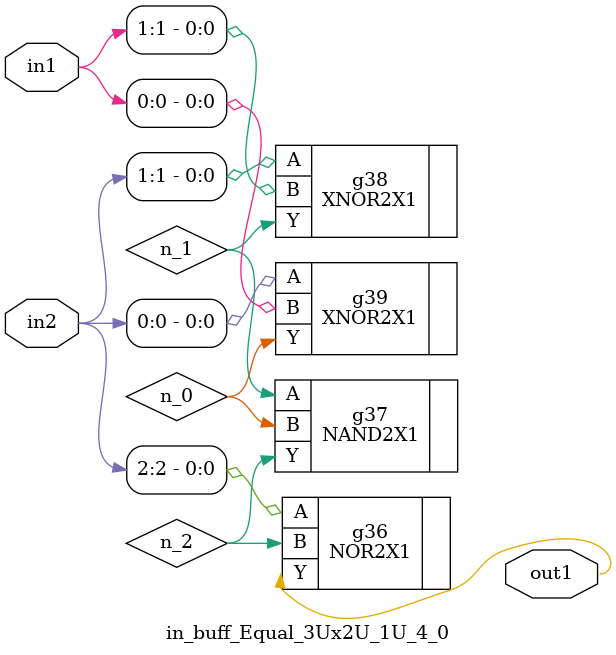
<source format=v>
`timescale 1ps / 1ps


module in_buff_Equal_3Ux2U_1U_4_0(in2, in1, out1);
  input [2:0] in2;
  input [1:0] in1;
  output out1;
  wire [2:0] in2;
  wire [1:0] in1;
  wire out1;
  wire n_0, n_1, n_2;
  NOR2X1 g36(.A (in2[2]), .B (n_2), .Y (out1));
  NAND2X1 g37(.A (n_1), .B (n_0), .Y (n_2));
  XNOR2X1 g38(.A (in2[1]), .B (in1[1]), .Y (n_1));
  XNOR2X1 g39(.A (in2[0]), .B (in1[0]), .Y (n_0));
endmodule



</source>
